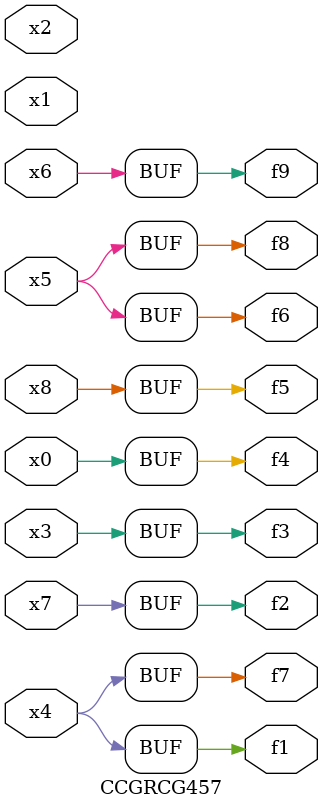
<source format=v>
module CCGRCG457(
	input x0, x1, x2, x3, x4, x5, x6, x7, x8,
	output f1, f2, f3, f4, f5, f6, f7, f8, f9
);
	assign f1 = x4;
	assign f2 = x7;
	assign f3 = x3;
	assign f4 = x0;
	assign f5 = x8;
	assign f6 = x5;
	assign f7 = x4;
	assign f8 = x5;
	assign f9 = x6;
endmodule

</source>
